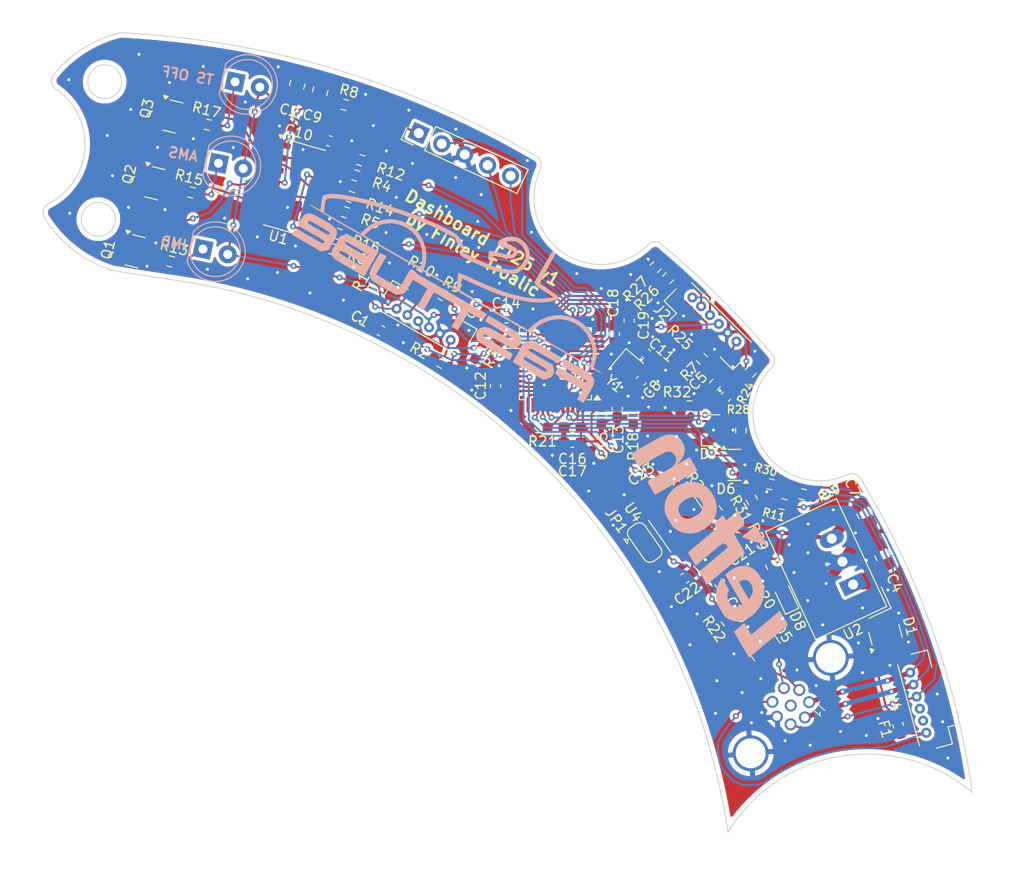
<source format=kicad_pcb>
(kicad_pcb
	(version 20240108)
	(generator "pcbnew")
	(generator_version "8.0")
	(general
		(thickness 1.6)
		(legacy_teardrops no)
	)
	(paper "A4")
	(layers
		(0 "F.Cu" signal)
		(31 "B.Cu" signal)
		(32 "B.Adhes" user "B.Adhesive")
		(33 "F.Adhes" user "F.Adhesive")
		(34 "B.Paste" user)
		(35 "F.Paste" user)
		(36 "B.SilkS" user "B.Silkscreen")
		(37 "F.SilkS" user "F.Silkscreen")
		(38 "B.Mask" user)
		(39 "F.Mask" user)
		(40 "Dwgs.User" user "User.Drawings")
		(41 "Cmts.User" user "User.Comments")
		(42 "Eco1.User" user "User.Eco1")
		(43 "Eco2.User" user "User.Eco2")
		(44 "Edge.Cuts" user)
		(45 "Margin" user)
		(46 "B.CrtYd" user "B.Courtyard")
		(47 "F.CrtYd" user "F.Courtyard")
		(48 "B.Fab" user)
		(49 "F.Fab" user)
		(50 "User.1" user)
		(51 "User.2" user)
		(52 "User.3" user)
		(53 "User.4" user)
		(54 "User.5" user)
		(55 "User.6" user)
		(56 "User.7" user)
		(57 "User.8" user)
		(58 "User.9" user)
	)
	(setup
		(pad_to_mask_clearance 0)
		(allow_soldermask_bridges_in_footprints no)
		(pcbplotparams
			(layerselection 0x00010fc_ffffffff)
			(plot_on_all_layers_selection 0x0000000_00000000)
			(disableapertmacros no)
			(usegerberextensions no)
			(usegerberattributes yes)
			(usegerberadvancedattributes yes)
			(creategerberjobfile yes)
			(dashed_line_dash_ratio 12.000000)
			(dashed_line_gap_ratio 3.000000)
			(svgprecision 4)
			(plotframeref no)
			(viasonmask no)
			(mode 1)
			(useauxorigin no)
			(hpglpennumber 1)
			(hpglpenspeed 20)
			(hpglpendiameter 15.000000)
			(pdf_front_fp_property_popups yes)
			(pdf_back_fp_property_popups yes)
			(dxfpolygonmode yes)
			(dxfimperialunits yes)
			(dxfusepcbnewfont yes)
			(psnegative no)
			(psa4output no)
			(plotreference yes)
			(plotvalue yes)
			(plotfptext yes)
			(plotinvisibletext no)
			(sketchpadsonfab no)
			(subtractmaskfromsilk no)
			(outputformat 1)
			(mirror no)
			(drillshape 0)
			(scaleselection 1)
			(outputdirectory "export/")
		)
	)
	(net 0 "")
	(net 1 "GND")
	(net 2 "Net-(U3-PF0)")
	(net 3 "Net-(U3-PF1)")
	(net 4 "+3.3V")
	(net 5 "/NRST")
	(net 6 "/CAN/Vref")
	(net 7 "/CANH")
	(net 8 "/CANL")
	(net 9 "Net-(D1-A)")
	(net 10 "Net-(JP1-C)")
	(net 11 "Net-(Q1-D)")
	(net 12 "Net-(Q1-G)")
	(net 13 "Net-(Q2-D)")
	(net 14 "Net-(Q2-G)")
	(net 15 "Net-(Q3-G)")
	(net 16 "Net-(U3-BOOT0)")
	(net 17 "Net-(U4-Rs)")
	(net 18 "+24V")
	(net 19 "unconnected-(U3-PA6-Pad16)")
	(net 20 "unconnected-(U3-PB2-Pad20)")
	(net 21 "/CAN/CAN_RX")
	(net 22 "unconnected-(U3-PC15-Pad4)")
	(net 23 "unconnected-(U3-PB14-Pad27)")
	(net 24 "/R2D_BTN")
	(net 25 "unconnected-(U3-PB7-Pad43)")
	(net 26 "/TS ON_BTN")
	(net 27 "Net-(Q3-D)")
	(net 28 "Net-(D2-K)")
	(net 29 "unconnected-(U3-PA15-Pad38)")
	(net 30 "/SWCLK")
	(net 31 "/SDC_In")
	(net 32 "Net-(D3-K)")
	(net 33 "/LEDs/IMD_LED")
	(net 34 "unconnected-(U3-PB12-Pad25)")
	(net 35 "/CAN/CAN_TX")
	(net 36 "unconnected-(U3-PC14-Pad3)")
	(net 37 "/LEDs/AMS_LED")
	(net 38 "/RaceMode_Out")
	(net 39 "Net-(D4-K)")
	(net 40 "unconnected-(U3-PA10-Pad31)")
	(net 41 "/LEDs/TSOFF_LED")
	(net 42 "unconnected-(J1-Pin_8-Pad8)")
	(net 43 "unconnected-(U3-PB9-Pad46)")
	(net 44 "unconnected-(U3-PA8-Pad29)")
	(net 45 "unconnected-(U3-PA9-Pad30)")
	(net 46 "/SWDIO")
	(net 47 "/SDC_Out")
	(net 48 "Net-(J2-Pin_2)")
	(net 49 "Net-(J2-Pin_3)")
	(net 50 "Net-(J2-Pin_6)")
	(net 51 "Net-(J2-Pin_1)")
	(net 52 "Net-(J3-Pin_4)")
	(net 53 "Net-(J3-Pin_6)")
	(net 54 "Net-(J3-Pin_1)")
	(net 55 "Net-(J3-Pin_5)")
	(net 56 "unconnected-(J4-Pin_2-Pad2)")
	(net 57 "unconnected-(J4-Pin_3-Pad3)")
	(net 58 "/TS ON_R")
	(net 59 "/TS ON_G")
	(net 60 "Net-(R12-Pad1)")
	(net 61 "Net-(R14-Pad1)")
	(net 62 "Net-(R16-Pad1)")
	(net 63 "/TS ON_B")
	(net 64 "/R2D_R")
	(net 65 "/R2D_G")
	(net 66 "/R2D_B")
	(net 67 "Net-(U1-Pad12)")
	(net 68 "unconnected-(U3-PB10-Pad21)")
	(net 69 "unconnected-(U3-PB13-Pad26)")
	(net 70 "unconnected-(U3-PB11-Pad22)")
	(net 71 "Net-(D8-A)")
	(net 72 "/LEDs/~{Power_on_test}")
	(net 73 "unconnected-(U3-PB6-Pad42)")
	(net 74 "/SDC_In_3V3")
	(net 75 "/SDC_Out_3V3")
	(net 76 "/RMode_Out_3V3")
	(net 77 "+24V_prot")
	(footprint "Capacitor_SMD:C_0805_2012Metric_Pad1.18x1.45mm_HandSolder" (layer "F.Cu") (at 158.2 100 -65))
	(footprint "Resistor_SMD:R_0603_1608Metric_Pad0.98x0.95mm_HandSolder" (layer "F.Cu") (at 138.5 76.4 45))
	(footprint "Resistor_SMD:R_0603_1608Metric_Pad0.98x0.95mm_HandSolder" (layer "F.Cu") (at 88.616745 74.738288 -14))
	(footprint "Resistor_SMD:R_0603_1608Metric_Pad0.98x0.95mm_HandSolder" (layer "F.Cu") (at 143.34 99.77 125))
	(footprint "Resistor_SMD:R_0603_1608Metric_Pad0.98x0.95mm_HandSolder" (layer "F.Cu") (at 135 90.2125 90))
	(footprint "Capacitor_SMD:C_0603_1608Metric_Pad1.08x0.95mm_HandSolder" (layer "F.Cu") (at 135.8 86.7 -130))
	(footprint "Capacitor_SMD:C_0603_1608Metric_Pad1.08x0.95mm_HandSolder" (layer "F.Cu") (at 140.19471 106.506519 35))
	(footprint "Dashboard:JST_GH_THT_1x06-1MP_P1.25mm_Vertical" (layer "F.Cu") (at 164.507096 122.25817 105))
	(footprint "Crystal:Crystal_SMD_2016-4Pin_2.0x1.6mm" (layer "F.Cu") (at 134.286051 85.261754 -130))
	(footprint "Resistor_SMD:R_0603_1608Metric_Pad0.98x0.95mm_HandSolder" (layer "F.Cu") (at 106.132246 69.801513 161))
	(footprint "Resistor_SMD:R_0603_1608Metric_Pad0.98x0.95mm_HandSolder" (layer "F.Cu") (at 115.9 78.1 150))
	(footprint "Resistor_SMD:R_0603_1608Metric_Pad0.98x0.95mm_HandSolder" (layer "F.Cu") (at 107.173379 66.107442 -19))
	(footprint "Resistor_SMD:R_0603_1608Metric_Pad0.98x0.95mm_HandSolder" (layer "F.Cu") (at 150.05 99.1 165))
	(footprint "LED_SMD:LED_0603_1608Metric_Pad1.05x0.95mm_HandSolder" (layer "F.Cu") (at 150.25 108.325 115))
	(footprint "Resistor_SMD:R_0603_1608Metric_Pad0.98x0.95mm_HandSolder" (layer "F.Cu") (at 119.6 83.7 60))
	(footprint "Dashboard:Phoenix_SACC-DSI-M8FS-8CON-M10" (layer "F.Cu") (at 150.8 119.3 -130))
	(footprint "Package_QFP:LQFP-48_7x7mm_P0.5mm" (layer "F.Cu") (at 127.2 85 180))
	(footprint "Dashboard:JST_GH_THT_1x06-1MP_P1.25mm_Vertical" (layer "F.Cu") (at 116.935336 82.685464 150))
	(footprint "Resistor_SMD:R_0603_1608Metric_Pad0.98x0.95mm_HandSolder" (layer "F.Cu") (at 146.9 98.65 120))
	(footprint "Resistor_SMD:R_0603_1608Metric_Pad0.98x0.95mm_HandSolder" (layer "F.Cu") (at 106.075 59.025 -15))
	(footprint "Capacitor_SMD:C_0603_1608Metric_Pad1.08x0.95mm_HandSolder" (layer "F.Cu") (at 122.3 80.4 180))
	(footprint "Capacitor_SMD:C_0805_2012Metric_Pad1.18x1.45mm_HandSolder" (layer "F.Cu") (at 160 104.2 115))
	(footprint "Capacitor_SMD:C_0603_1608Metric_Pad1.08x0.95mm_HandSolder" (layer "F.Cu") (at 137.001229 97.111809 35))
	(footprint "Resistor_SMD:R_0603_1608Metric_Pad0.98x0.95mm_HandSolder" (layer "F.Cu") (at 152 98.1 165))
	(footprint "Package_TO_SOT_SMD:SOT-23" (layer "F.Cu") (at 148.09471 113.406519 -55))
	(footprint "Resistor_SMD:R_0603_1608Metric_Pad0.98x0.95mm_HandSolder" (layer "F.Cu") (at 146.9 109.1 -55))
	(footprint "Resistor_SMD:R_0603_1608Metric_Pad0.98x0.95mm_HandSolder" (layer "F.Cu") (at 106.625 68.25 -19))
	(footprint "Package_TO_SOT_SMD:SOT-23" (layer "F.Cu") (at 145.15 95.15 180))
	(footprint "Capacitor_SMD:C_0603_1608Metric_Pad1.08x0.95mm_HandSolder" (layer "F.Cu") (at 133.4 89.5 -90))
	(footprint "Resistor_SMD:R_0603_1608Metric_Pad0.98x0.95mm_HandSolder" (layer "F.Cu") (at 107.675 64.575 -19))
	(footprint "Jumper:SolderJumper-3_P1.3mm_Open_RoundedPad1.0x1.5mm" (layer "F.Cu") (at 136.14906 102.941621 -55))
	(footprint "Resistor_SMD:R_0603_1608Metric_Pad0.98x0.95mm_HandSolder" (layer "F.Cu") (at 92.350348 61.013198 166))
	(footprint "Resistor_SMD:R_0603_1608Metric_Pad0.98x0.95mm_HandSolder" (layer "F.Cu") (at 140.65 89.25))
	(footprint "Resistor_SMD:R_0603_1608Metric_Pad0.98x0.95mm_HandSolder" (layer "F.Cu") (at 145.8 91.7 90))
	(footprint "Resistor_SMD:R_0603_1608Metric_Pad0.98x0.95mm_HandSolder" (layer "F.Cu") (at 115.8 84.9 150))
	(footprint "Capacitor_SMD:C_0603_1608Metric_Pad1.08x0.95mm_HandSolder" (layer "F.Cu") (at 121.2 87.2125 90))
	(footprint "Capacitor_SMD:C_0603_1608Metric_Pad1.08x0.95mm_HandSolder"
		(layer "F.Cu")
		(uuid "7ae7efaa-83e6-4226-8d4e-fada734399dc")
		(at 134.6 80.6625 90)
		(descr "Capacitor SMD 0603 (1608 Metric), square (rectangular) end terminal, IPC_7351 nominal with elongated pad for handsoldering. (Body size source: IPC-SM-782 page 76, https://www.pcb-3d.com/wordpress/wp-content/uploads/ipc-sm-782a_amendment_1_and_2.pdf), generated with kicad-footprint-generator")
		(tags "capacitor handsolder")
		(property "Reference" "C19"
			(at -0.4875 1.45 90)
			(layer "F.SilkS")
			(uuid "1672c4c4-2498-48b9-97fc-df8fb92d3988")
			(effects
				(font
					(size 1 1)
					(thickness 0.15)
				)
			)
		)
		(property "Value" "1uF"
			(at 0 1.43 90)
			(layer "F.Fab")
			(uuid "e399b199-8c91-498b-83fe-89dbfc5d1bc4")
			(effects
				(font
					(size 1 1)
					(thickness 0.15)
				)
			)
		)
		(property "Footprint" "Capacitor_SMD:C_0603_1608Metric_Pad1.08x0.95mm_HandSolder"
			(at 0 0 90)
			(unlocked yes)
			(layer "F.Fab")
			(hide yes)
			(uuid "96bb9d62-2dd1-47ff-bbe1-72146b31345f")
			(effects
				(font
					(size 1.27 1.27)
					(thickness 0.15)
				)
			)
		)
		(property "Datasheet" ""
			(at 0 0 90)
			(unlocked yes)
			(layer "F.Fab")
			(hide yes)
			(uuid "9a92c2b7-dc85-48a1-9770-afbc61485af2")
			(effects
				(font
					(size 1.27 1.27)
					(thickness 0.15)
				)
			)
		)
		(property "Description" ""
			(at 0 0 90)
			(unlocked yes)
			(layer "F.Fab")
			(hide yes)
			(uuid "2f7f597e-7c43-4340-a101-f9a973ba0cd2")
			(effects
				(font
					(size 1.27 1.27)
					(thickness 0.15)
				)
			)
		)
		(property ki_fp_filters "C_*")
		(path "/dbe62249-595c-4b50-a045-aa4f36385ba8")
		(sheetname "Root")
		(sheetfile "dashboard-FT25.kicad_sch")
		(attr smd)
		(fp_line
			(start -0.146267 -0.51)
			(end 0.146267 -0.51)
			(stroke
				(width 0.12)
				(type solid)
			)
			(layer "F.SilkS")
			(uuid "d61d0f09-2910-4d56-81ab-a29fd66811d8")
		)
		(fp_line
			(start -0.146267 0.51)
			(end 0.146267 0.51)
			(stroke
				(width 0.12)
				(type solid)
			)
			(layer "F.SilkS")
			(uuid "63fb39fe-7b7c-4d5c-9f32-a978648418d2")
		)
		(fp_line
			(start 1.65 -0.73)
			(end 1.65 0.73)
			(stroke
				(width 0.05)
				(type solid)
			)
			(layer "F.CrtYd")
			(uuid "75b73f3c-dfe5-49be-8f87-e131d971234c")
		)
		(fp_line
			(start -1.65 -0.73)
			(end 1.65 -0.73)
			(stroke
				(width 0.05)
				(type solid)
			)
			(layer "F.CrtYd")
			(uuid "eafdb8af-8e97-4fea-b059-3ace1d6c3c33")
		)
		(fp_line
			(start 1.65 0.73)
			(end -1.65 0.73)
			(stroke
				(width 0.05)
				(type solid)
			)
			(layer "F.CrtYd")
			(uuid "624e1c0e-6645-4d17-b372-0fa9b8a63ee3")
		)
		(fp_line
			(start -1.65 0.73)
			(end -1.65 -0.73)
			(stroke
				(widt
... [742821 chars truncated]
</source>
